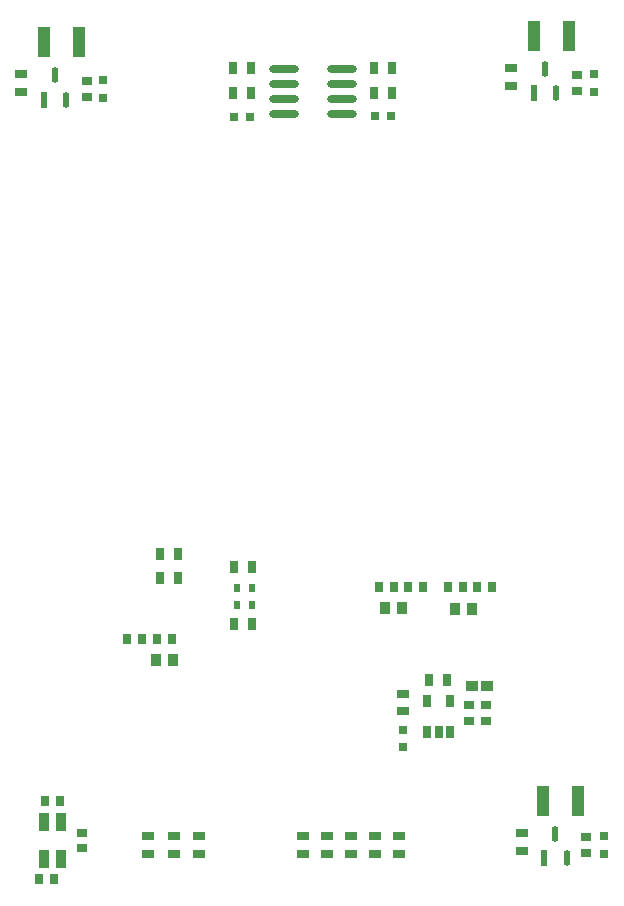
<source format=gtp>
G04*
G04 #@! TF.GenerationSoftware,Altium Limited,Altium Designer,23.0.1 (38)*
G04*
G04 Layer_Color=8421504*
%FSLAX44Y44*%
%MOMM*%
G71*
G04*
G04 #@! TF.SameCoordinates,BC9D6512-4978-4A19-9F96-E8A3AF7CD3FB*
G04*
G04*
G04 #@! TF.FilePolarity,Positive*
G04*
G01*
G75*
%ADD15O,2.5000X0.7000*%
%ADD16R,0.8000X1.0000*%
%ADD17R,0.5851X1.3360*%
G04:AMPARAMS|DCode=18|XSize=1.336mm|YSize=0.5851mm|CornerRadius=0.2925mm|HoleSize=0mm|Usage=FLASHONLY|Rotation=90.000|XOffset=0mm|YOffset=0mm|HoleType=Round|Shape=RoundedRectangle|*
%AMROUNDEDRECTD18*
21,1,1.3360,0.0000,0,0,90.0*
21,1,0.7510,0.5851,0,0,90.0*
1,1,0.5851,0.0000,0.3755*
1,1,0.5851,0.0000,-0.3755*
1,1,0.5851,0.0000,-0.3755*
1,1,0.5851,0.0000,0.3755*
%
%ADD18ROUNDEDRECTD18*%
%ADD19R,1.0000X0.8000*%
%ADD20R,0.8500X0.7000*%
%ADD21R,0.7000X0.8500*%
%ADD22R,0.9000X1.5000*%
%ADD23R,0.7500X0.8500*%
%ADD24R,0.9000X1.0500*%
%ADD25R,1.1311X0.9121*%
%ADD26R,0.7000X0.7000*%
%ADD27R,1.0000X2.5000*%
%ADD28R,0.8000X0.8000*%
%ADD29R,0.9500X0.8000*%
%ADD30R,0.6000X0.8000*%
%ADD31R,0.7000X0.7000*%
G04:AMPARAMS|DCode=32|XSize=1.1mm|YSize=0.6mm|CornerRadius=0.051mm|HoleSize=0mm|Usage=FLASHONLY|Rotation=90.000|XOffset=0mm|YOffset=0mm|HoleType=Round|Shape=RoundedRectangle|*
%AMROUNDEDRECTD32*
21,1,1.1000,0.4980,0,0,90.0*
21,1,0.9980,0.6000,0,0,90.0*
1,1,0.1020,0.2490,0.4990*
1,1,0.1020,0.2490,-0.4990*
1,1,0.1020,-0.2490,-0.4990*
1,1,0.1020,-0.2490,0.4990*
%
%ADD32ROUNDEDRECTD32*%
%ADD33R,0.8500X0.7500*%
D15*
X245630Y825763D02*
D03*
Y813063D02*
D03*
Y800363D02*
D03*
Y787663D02*
D03*
X294630Y825763D02*
D03*
Y813063D02*
D03*
Y800363D02*
D03*
Y787663D02*
D03*
D16*
X141090Y394970D02*
D03*
X156090D02*
D03*
X141090Y415290D02*
D03*
X156090D02*
D03*
X218320Y403860D02*
D03*
X203320D02*
D03*
X218320Y355600D02*
D03*
X203320D02*
D03*
X322320Y827033D02*
D03*
X337320D02*
D03*
X322320Y805443D02*
D03*
X337320D02*
D03*
X202940D02*
D03*
X217940D02*
D03*
X202940Y827033D02*
D03*
X217940D02*
D03*
X368420Y308610D02*
D03*
X383420D02*
D03*
D17*
X466090Y157480D02*
D03*
X42570Y799859D02*
D03*
X457250Y805180D02*
D03*
D18*
X485090Y157480D02*
D03*
X475590Y178282D02*
D03*
X61570Y799859D02*
D03*
X52070Y820661D02*
D03*
X466750Y825982D02*
D03*
X476250Y805180D02*
D03*
D19*
X130810Y161530D02*
D03*
Y176530D02*
D03*
X22860Y821570D02*
D03*
Y806570D02*
D03*
X322580Y176410D02*
D03*
Y161410D02*
D03*
X302260Y176410D02*
D03*
Y161410D02*
D03*
X447040Y178950D02*
D03*
Y163950D02*
D03*
X152400Y176410D02*
D03*
X173990D02*
D03*
X346710Y297060D02*
D03*
Y282060D02*
D03*
X342900Y176290D02*
D03*
Y161290D02*
D03*
X281940Y176410D02*
D03*
Y161410D02*
D03*
X261620Y176410D02*
D03*
Y161410D02*
D03*
X173990Y161410D02*
D03*
X152400D02*
D03*
X438150Y826650D02*
D03*
Y811650D02*
D03*
D20*
X74930Y178970D02*
D03*
Y166470D02*
D03*
D21*
X43280Y205740D02*
D03*
X55780D02*
D03*
X38200Y139700D02*
D03*
X50700D02*
D03*
D22*
X42430Y157220D02*
D03*
X56605D02*
D03*
X42455Y188220D02*
D03*
X56605D02*
D03*
D23*
X421790Y387350D02*
D03*
X408790D02*
D03*
X384910D02*
D03*
X397410D02*
D03*
X326490D02*
D03*
X338990D02*
D03*
X363370D02*
D03*
X350370D02*
D03*
X112780Y342900D02*
D03*
X125780D02*
D03*
X150930D02*
D03*
X138430D02*
D03*
D24*
X404760Y368300D02*
D03*
X390260D02*
D03*
X345970Y369570D02*
D03*
X331470D02*
D03*
X137530Y325120D02*
D03*
X152030D02*
D03*
D25*
X417885Y303530D02*
D03*
X405075D02*
D03*
D26*
X217170Y784860D02*
D03*
X203170D02*
D03*
X322550Y786130D02*
D03*
X336550D02*
D03*
D27*
X495060Y205740D02*
D03*
X465060D02*
D03*
X42150Y848360D02*
D03*
X72150D02*
D03*
X457440Y853440D02*
D03*
X487440D02*
D03*
D28*
X516889Y161411D02*
D03*
Y176411D02*
D03*
X92711Y801489D02*
D03*
Y816489D02*
D03*
X508001Y806569D02*
D03*
Y821569D02*
D03*
D29*
X501650Y175410D02*
D03*
Y162410D02*
D03*
X78740Y815490D02*
D03*
Y802490D02*
D03*
X494030Y807420D02*
D03*
Y820420D02*
D03*
D30*
X205590Y386080D02*
D03*
X218590D02*
D03*
X205590Y372110D02*
D03*
X218590D02*
D03*
D31*
X346710Y266080D02*
D03*
Y252080D02*
D03*
D32*
X367080Y264830D02*
D03*
X376580D02*
D03*
X386080D02*
D03*
Y290830D02*
D03*
X367080D02*
D03*
D33*
X402590Y274170D02*
D03*
Y287170D02*
D03*
X416560Y287020D02*
D03*
Y274020D02*
D03*
M02*

</source>
